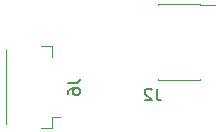
<source format=gbr>
%TF.GenerationSoftware,KiCad,Pcbnew,(5.1.6)-1*%
%TF.CreationDate,2020-12-06T01:58:00+01:00*%
%TF.ProjectId,HorticultureSensor,486f7274-6963-4756-9c74-75726553656e,1.0*%
%TF.SameCoordinates,Original*%
%TF.FileFunction,Legend,Bot*%
%TF.FilePolarity,Positive*%
%FSLAX46Y46*%
G04 Gerber Fmt 4.6, Leading zero omitted, Abs format (unit mm)*
G04 Created by KiCad (PCBNEW (5.1.6)-1) date 2020-12-06 01:58:00*
%MOMM*%
%LPD*%
G01*
G04 APERTURE LIST*
%ADD10C,0.120000*%
%ADD11C,0.150000*%
G04 APERTURE END LIST*
D10*
%TO.C,J6*%
X150882000Y-132517000D02*
X151832000Y-132517000D01*
X151832000Y-132517000D02*
X151832000Y-131567000D01*
X151832000Y-131567000D02*
X152522000Y-131567000D01*
X150882000Y-125547000D02*
X151832000Y-125547000D01*
X151832000Y-125547000D02*
X151832000Y-126497000D01*
X147912000Y-132147000D02*
X147912000Y-125917000D01*
%TO.C,J2*%
X160795000Y-128392000D02*
X160795000Y-128457000D01*
X164325000Y-128392000D02*
X164325000Y-128457000D01*
X160795000Y-121987000D02*
X160795000Y-122052000D01*
X164325000Y-121987000D02*
X164325000Y-122052000D01*
X165650000Y-122052000D02*
X164325000Y-122052000D01*
X164325000Y-128457000D02*
X160795000Y-128457000D01*
X164325000Y-121987000D02*
X160795000Y-121987000D01*
%TD*%
%TO.C,J6*%
D11*
X153174380Y-128698666D02*
X153888666Y-128698666D01*
X154031523Y-128651047D01*
X154126761Y-128555809D01*
X154174380Y-128412952D01*
X154174380Y-128317714D01*
X153174380Y-129603428D02*
X153174380Y-129412952D01*
X153222000Y-129317714D01*
X153269619Y-129270095D01*
X153412476Y-129174857D01*
X153602952Y-129127238D01*
X153983904Y-129127238D01*
X154079142Y-129174857D01*
X154126761Y-129222476D01*
X154174380Y-129317714D01*
X154174380Y-129508190D01*
X154126761Y-129603428D01*
X154079142Y-129651047D01*
X153983904Y-129698666D01*
X153745809Y-129698666D01*
X153650571Y-129651047D01*
X153602952Y-129603428D01*
X153555333Y-129508190D01*
X153555333Y-129317714D01*
X153602952Y-129222476D01*
X153650571Y-129174857D01*
X153745809Y-129127238D01*
%TO.C,J2*%
X160668333Y-129174380D02*
X160668333Y-129888666D01*
X160715952Y-130031523D01*
X160811190Y-130126761D01*
X160954047Y-130174380D01*
X161049285Y-130174380D01*
X160239761Y-129269619D02*
X160192142Y-129222000D01*
X160096904Y-129174380D01*
X159858809Y-129174380D01*
X159763571Y-129222000D01*
X159715952Y-129269619D01*
X159668333Y-129364857D01*
X159668333Y-129460095D01*
X159715952Y-129602952D01*
X160287380Y-130174380D01*
X159668333Y-130174380D01*
%TD*%
M02*

</source>
